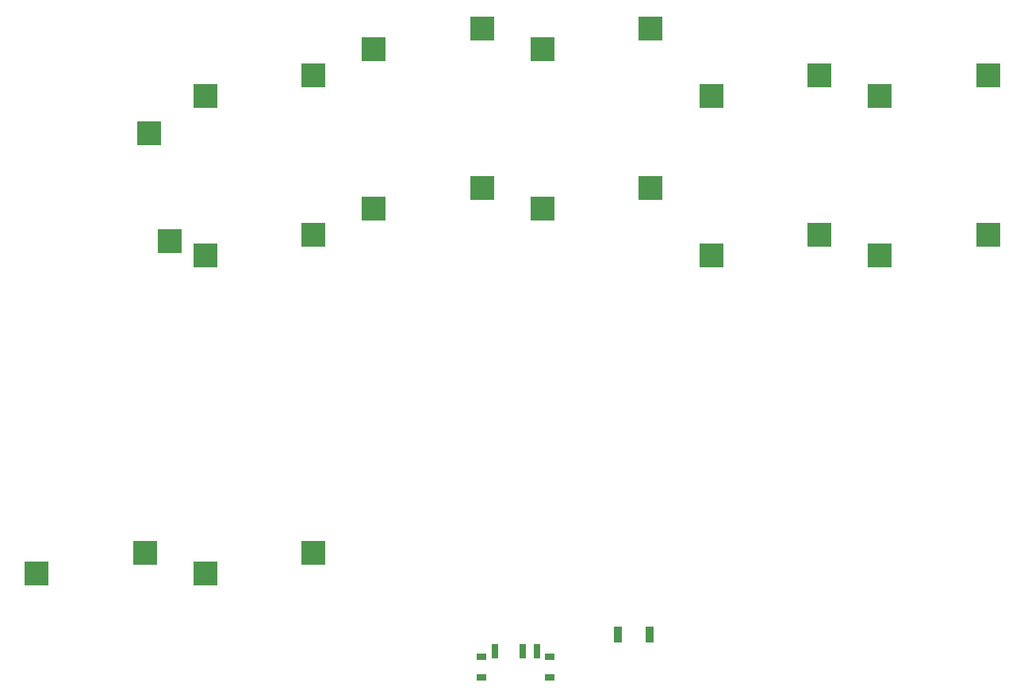
<source format=gbr>
%TF.GenerationSoftware,KiCad,Pcbnew,(5.1.10)-1*%
%TF.CreationDate,2022-08-11T13:18:27-05:00*%
%TF.ProjectId,lamia,6c616d69-612e-46b6-9963-61645f706362,v1.0.0*%
%TF.SameCoordinates,Original*%
%TF.FileFunction,Paste,Top*%
%TF.FilePolarity,Positive*%
%FSLAX46Y46*%
G04 Gerber Fmt 4.6, Leading zero omitted, Abs format (unit mm)*
G04 Created by KiCad (PCBNEW (5.1.10)-1) date 2022-08-11 13:18:27*
%MOMM*%
%LPD*%
G01*
G04 APERTURE LIST*
%ADD10R,2.600000X2.600000*%
%ADD11R,0.700000X1.500000*%
%ADD12R,1.000000X0.800000*%
%ADD13R,0.900000X1.700000*%
G04 APERTURE END LIST*
D10*
%TO.C,S1*%
X5950000Y-3275000D03*
X3750000Y8275000D03*
%TD*%
%TO.C,S3*%
X21275000Y-2550000D03*
X9725000Y-4750000D03*
%TD*%
%TO.C,S5*%
X21275000Y14450000D03*
X9725000Y12250000D03*
%TD*%
%TO.C,S7*%
X39275000Y2450000D03*
X27725000Y250000D03*
%TD*%
%TO.C,S9*%
X39275000Y19450000D03*
X27725000Y17250000D03*
%TD*%
%TO.C,S11*%
X57275000Y2450000D03*
X45725000Y250000D03*
%TD*%
%TO.C,S13*%
X57275000Y19450000D03*
X45725000Y17250000D03*
%TD*%
%TO.C,S15*%
X75275000Y-2550000D03*
X63725000Y-4750000D03*
%TD*%
%TO.C,S17*%
X75275000Y14450000D03*
X63725000Y12250000D03*
%TD*%
%TO.C,S19*%
X93275000Y-2550000D03*
X81725000Y-4750000D03*
%TD*%
%TO.C,S21*%
X93275000Y14450000D03*
X81725000Y12250000D03*
%TD*%
%TO.C,S23*%
X3275000Y-36550000D03*
X-8275000Y-38750000D03*
%TD*%
%TO.C,S25*%
X21275000Y-36550000D03*
X9725000Y-38750000D03*
%TD*%
D11*
%TO.C,*%
X40612500Y-46988750D03*
X43612500Y-46988750D03*
X45112500Y-46988750D03*
D12*
X39212500Y-49848750D03*
X46512500Y-49848750D03*
X46512500Y-47638750D03*
X39212500Y-47638750D03*
%TD*%
D13*
%TO.C,*%
X57150000Y-45243750D03*
X53750000Y-45243750D03*
%TD*%
M02*

</source>
